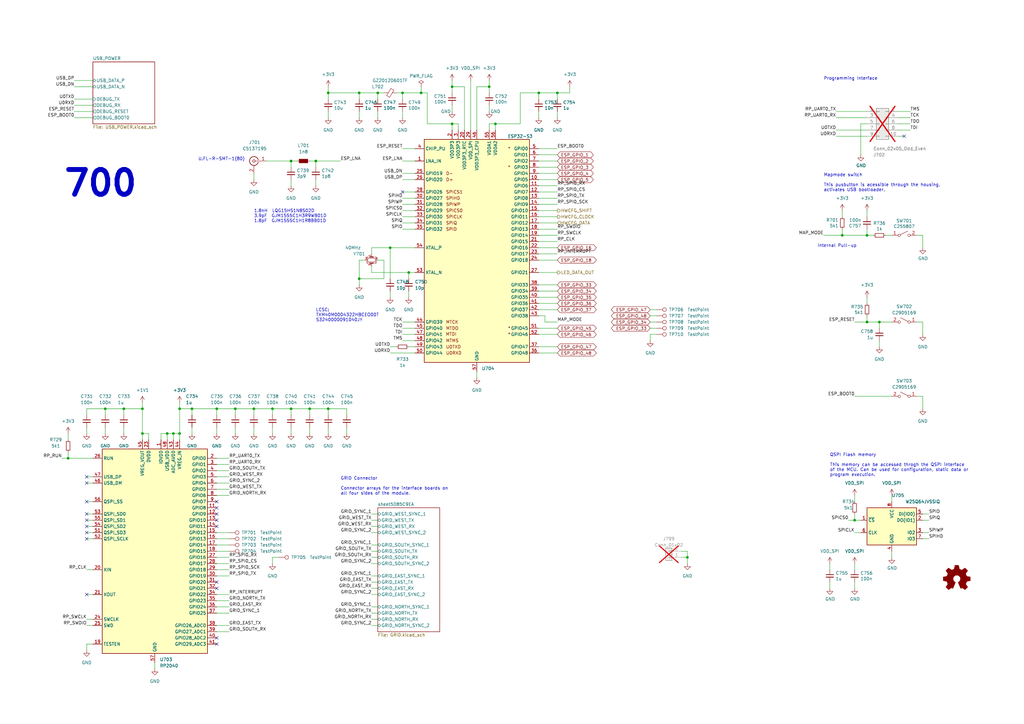
<source format=kicad_sch>
(kicad_sch (version 20250114) (generator "eeschema") (generator_version "9.0")
  (paper "A3")
  (text "Mapmode switch\n\nThis pusbutton is acessible through the housing, \nactivates USB bootloader." (at 337.82 78.74 0) (effects (font (size 1.27 1.27)) (justify left bottom)))
  (text "700" (at 25.4 81.28 0) (effects (font (size 10.16 10.16) (thickness 2.032) (bold yes)) (justify left bottom)))
  (text "LCSC:\nTXM40M0004322HBCEO00T\nS3240000091040JY" (at 129.54 132.08 0) (effects (font (size 1.27 1.27)) (justify left bottom)))
  (text "1.8nH  LQG15HS1N8S02D\n3.9pF  GJM1555C1H3R9WB01D\n1.8pF  GJM1555C1H1R8BB01D" (at 104.14 91.44 0) (effects (font (size 1.27 1.27)) (justify left bottom)))
  (text "QSPI Flash memory\n\nThis memory can be accessed throgh the QSPI interface\nof the MCU. Can be used for configuration, static data or\nprogram execution." (at 340.36 195.58 0) (effects (font (size 1.27 1.27)) (justify left bottom)))
  (text "Internal Pull-up" (at 335.28 101.6 0) (effects (font (size 1.27 1.27)) (justify left bottom)))
  (text "GRID Connector\n\nConnector arrays for the interface boards on \nall four sides of the module." (at 139.7 203.2 0) (effects (font (size 1.27 1.27)) (justify left bottom)))
  (text "U.FL-R-SMT-1(80) " (at 81.28 66.04 0) (effects (font (size 1.27 1.27)) (justify left bottom)))
  (text "Programming Interface\n" (at 337.82 33.02 0) (effects (font (size 1.27 1.27)) (justify left bottom)))
  (junction (at 88.9 167.64))
  (junction (at 129.54 66.04))
  (junction (at 220.98 38.1))
  (junction (at 71.12 177.8))
  (junction (at 147.32 38.1))
  (junction (at 58.42 177.8))
  (junction (at 172.72 38.1))
  (junction (at 167.64 111.76))
  (junction (at 73.66 177.8))
  (junction (at 147.32 114.3))
  (junction (at 127 167.64))
  (junction (at 73.66 167.64))
  (junction (at 27.94 187.96))
  (junction (at 185.42 50.8))
  (junction (at 350.52 213.36))
  (junction (at 154.94 38.1))
  (junction (at 160.02 101.6))
  (junction (at 355.6 132.08))
  (junction (at 134.62 167.64))
  (junction (at 50.8 167.64))
  (junction (at 119.38 167.64))
  (junction (at 200.66 35.56))
  (junction (at 68.58 177.8))
  (junction (at 96.52 167.64))
  (junction (at 111.76 167.64))
  (junction (at 43.18 167.64))
  (junction (at 104.14 167.64))
  (junction (at 228.6 38.1))
  (junction (at 134.62 38.1))
  (junction (at 58.42 167.64))
  (junction (at 203.2 50.8))
  (junction (at 185.42 35.56))
  (junction (at 78.74 167.64))
  (junction (at 355.6 96.52))
  (junction (at 360.68 132.08))
  (junction (at 345.44 96.52))
  (junction (at 281.94 228.6))
  (junction (at 119.38 66.04))
  (junction (at 165.1 38.1))
  (no_connect (at 370.84 55.88))
  (no_connect (at 165.1 78.74))
  (no_connect (at 35.56 210.82))
  (no_connect (at 35.56 205.74))
  (no_connect (at 35.56 213.36))
  (no_connect (at 35.56 243.84))
  (no_connect (at 35.56 220.98))
  (no_connect (at 35.56 215.9))
  (no_connect (at 35.56 218.44))
  (no_connect (at 35.56 198.12))
  (no_connect (at 35.56 195.58))
  (no_connect (at 88.9 264.16))
  (no_connect (at 88.9 261.62))
  (no_connect (at 88.9 238.76))
  (no_connect (at 88.9 241.3))
  (no_connect (at 88.9 215.9))
  (no_connect (at 88.9 213.36))
  (no_connect (at 88.9 210.82))
  (no_connect (at 88.9 208.28))
  (no_connect (at 88.9 205.74))
  (wire (pts (xy 73.66 167.64) (xy 78.74 167.64)))
  (wire (pts (xy 355.6 121.92) (xy 355.6 124.46)))
  (wire (pts (xy 35.56 198.12) (xy 38.1 198.12)))
  (wire (pts (xy 88.9 218.44) (xy 93.98 218.44)))
  (wire (pts (xy 213.36 38.1) (xy 220.98 38.1)))
  (wire (pts (xy 119.38 175.26) (xy 119.38 177.8)))
  (wire (pts (xy 58.42 180.34) (xy 58.42 177.8)))
  (wire (pts (xy 27.94 187.96) (xy 38.1 187.96)))
  (wire (pts (xy 165.1 93.98) (xy 170.18 93.98)))
  (wire (pts (xy 203.2 50.8) (xy 203.2 53.34)))
  (wire (pts (xy 360.68 139.7) (xy 360.68 142.24)))
  (wire (pts (xy 167.64 111.76) (xy 167.64 114.3)))
  (wire (pts (xy 228.6 38.1) (xy 220.98 38.1)))
  (wire (pts (xy 73.66 180.34) (xy 73.66 177.8)))
  (wire (pts (xy 154.94 228.6) (xy 152.4 228.6)))
  (wire (pts (xy 127 175.26) (xy 127 177.8)))
  (wire (pts (xy 350.52 162.56) (xy 365.76 162.56)))
  (wire (pts (xy 58.42 177.8) (xy 58.42 167.64)))
  (wire (pts (xy 88.9 231.14) (xy 93.98 231.14)))
  (wire (pts (xy 355.6 93.98) (xy 355.6 96.52)))
  (wire (pts (xy 266.7 134.62) (xy 269.24 134.62)))
  (wire (pts (xy 147.32 38.1) (xy 154.94 38.1)))
  (wire (pts (xy 104.14 175.26) (xy 104.14 177.8)))
  (wire (pts (xy 360.68 132.08) (xy 355.6 132.08)))
  (wire (pts (xy 165.1 137.16) (xy 170.18 137.16)))
  (wire (pts (xy 43.18 167.64) (xy 50.8 167.64)))
  (wire (pts (xy 63.5 271.78) (xy 63.5 274.32)))
  (wire (pts (xy 88.9 226.06) (xy 93.98 226.06)))
  (wire (pts (xy 342.9 53.34) (xy 355.6 53.34)))
  (wire (pts (xy 233.68 35.56) (xy 233.68 38.1)))
  (wire (pts (xy 96.52 170.18) (xy 96.52 167.64)))
  (wire (pts (xy 220.98 106.68) (xy 228.6 106.68)))
  (wire (pts (xy 154.94 218.44) (xy 152.4 218.44)))
  (wire (pts (xy 152.4 104.14) (xy 152.4 101.6)))
  (wire (pts (xy 88.9 220.98) (xy 93.98 220.98)))
  (wire (pts (xy 220.98 63.5) (xy 228.6 63.5)))
  (wire (pts (xy 134.62 45.72) (xy 134.62 48.26)))
  (wire (pts (xy 220.98 119.38) (xy 228.6 119.38)))
  (wire (pts (xy 154.94 106.68) (xy 157.48 106.68)))
  (wire (pts (xy 203.2 50.8) (xy 213.36 50.8)))
  (wire (pts (xy 165.1 86.36) (xy 170.18 86.36)))
  (wire (pts (xy 160.02 101.6) (xy 170.18 101.6)))
  (wire (pts (xy 35.56 195.58) (xy 38.1 195.58)))
  (wire (pts (xy 88.9 246.38) (xy 93.98 246.38)))
  (wire (pts (xy 152.4 111.76) (xy 167.64 111.76)))
  (wire (pts (xy 279.4 228.6) (xy 281.94 228.6)))
  (wire (pts (xy 134.62 175.26) (xy 134.62 177.8)))
  (wire (pts (xy 353.06 50.8) (xy 353.06 63.5)))
  (wire (pts (xy 96.52 175.26) (xy 96.52 177.8)))
  (wire (pts (xy 88.9 248.92) (xy 93.98 248.92)))
  (wire (pts (xy 355.6 86.36) (xy 355.6 88.9)))
  (wire (pts (xy 365.76 203.2) (xy 365.76 205.74)))
  (wire (pts (xy 266.7 132.08) (xy 269.24 132.08)))
  (wire (pts (xy 35.56 210.82) (xy 38.1 210.82)))
  (wire (pts (xy 165.1 38.1) (xy 172.72 38.1)))
  (wire (pts (xy 220.98 144.78) (xy 228.6 144.78)))
  (wire (pts (xy 350.52 203.2) (xy 350.52 205.74)))
  (wire (pts (xy 88.9 187.96) (xy 93.98 187.96)))
  (wire (pts (xy 378.46 162.56) (xy 375.92 162.56)))
  (wire (pts (xy 220.98 88.9) (xy 228.6 88.9)))
  (wire (pts (xy 35.56 220.98) (xy 38.1 220.98)))
  (wire (pts (xy 220.98 101.6) (xy 228.6 101.6)))
  (wire (pts (xy 378.46 218.44) (xy 381 218.44)))
  (wire (pts (xy 154.94 45.72) (xy 154.94 48.26)))
  (wire (pts (xy 35.56 213.36) (xy 38.1 213.36)))
  (wire (pts (xy 172.72 38.1) (xy 175.26 38.1)))
  (wire (pts (xy 88.9 259.08) (xy 93.98 259.08)))
  (wire (pts (xy 337.82 96.52) (xy 345.44 96.52)))
  (wire (pts (xy 35.56 233.68) (xy 38.1 233.68)))
  (wire (pts (xy 195.58 35.56) (xy 195.58 53.34)))
  (wire (pts (xy 104.14 170.18) (xy 104.14 167.64)))
  (wire (pts (xy 165.1 83.82) (xy 170.18 83.82)))
  (wire (pts (xy 147.32 106.68) (xy 149.86 106.68)))
  (wire (pts (xy 220.98 129.54) (xy 223.52 129.54)))
  (wire (pts (xy 88.9 223.52) (xy 93.98 223.52)))
  (wire (pts (xy 167.64 119.38) (xy 167.64 121.92)))
  (wire (pts (xy 68.58 177.8) (xy 71.12 177.8)))
  (wire (pts (xy 187.96 53.34) (xy 187.96 50.8)))
  (wire (pts (xy 345.44 93.98) (xy 345.44 96.52)))
  (wire (pts (xy 350.52 231.14) (xy 350.52 233.68)))
  (wire (pts (xy 154.94 223.52) (xy 152.4 223.52)))
  (wire (pts (xy 172.72 35.56) (xy 172.72 38.1)))
  (wire (pts (xy 88.9 200.66) (xy 93.98 200.66)))
  (wire (pts (xy 378.46 96.52) (xy 378.46 101.6)))
  (wire (pts (xy 160.02 142.24) (xy 162.56 142.24)))
  (wire (pts (xy 223.52 132.08) (xy 228.6 132.08)))
  (wire (pts (xy 111.76 167.64) (xy 119.38 167.64)))
  (wire (pts (xy 152.4 101.6) (xy 160.02 101.6)))
  (wire (pts (xy 35.56 175.26) (xy 35.56 177.8)))
  (wire (pts (xy 165.1 91.44) (xy 170.18 91.44)))
  (wire (pts (xy 167.64 142.24) (xy 170.18 142.24)))
  (wire (pts (xy 154.94 241.3) (xy 152.4 241.3)))
  (wire (pts (xy 58.42 165.1) (xy 58.42 167.64)))
  (wire (pts (xy 228.6 60.96) (xy 220.98 60.96)))
  (wire (pts (xy 147.32 114.3) (xy 147.32 116.84)))
  (wire (pts (xy 134.62 167.64) (xy 142.24 167.64)))
  (wire (pts (xy 220.98 83.82) (xy 228.6 83.82)))
  (wire (pts (xy 109.22 66.04) (xy 119.38 66.04)))
  (wire (pts (xy 160.02 144.78) (xy 170.18 144.78)))
  (wire (pts (xy 88.9 198.12) (xy 93.98 198.12)))
  (wire (pts (xy 350.52 213.36) (xy 347.98 213.36)))
  (wire (pts (xy 88.9 228.6) (xy 93.98 228.6)))
  (wire (pts (xy 35.56 256.54) (xy 38.1 256.54)))
  (wire (pts (xy 375.92 96.52) (xy 378.46 96.52)))
  (wire (pts (xy 350.52 132.08) (xy 355.6 132.08)))
  (wire (pts (xy 213.36 38.1) (xy 213.36 50.8)))
  (wire (pts (xy 88.9 170.18) (xy 88.9 167.64)))
  (wire (pts (xy 378.46 210.82) (xy 381 210.82)))
  (wire (pts (xy 281.94 226.06) (xy 279.4 226.06)))
  (wire (pts (xy 73.66 177.8) (xy 73.66 167.64)))
  (wire (pts (xy 165.1 81.28) (xy 170.18 81.28)))
  (wire (pts (xy 154.94 213.36) (xy 152.4 213.36)))
  (wire (pts (xy 355.6 129.54) (xy 355.6 132.08)))
  (wire (pts (xy 30.48 45.72) (xy 38.1 45.72)))
  (wire (pts (xy 228.6 45.72) (xy 228.6 48.26)))
  (wire (pts (xy 353.06 218.44) (xy 350.52 218.44)))
  (wire (pts (xy 165.1 45.72) (xy 165.1 48.26)))
  (wire (pts (xy 190.5 35.56) (xy 190.5 53.34)))
  (wire (pts (xy 30.48 48.26) (xy 38.1 48.26)))
  (wire (pts (xy 368.3 45.72) (xy 373.38 45.72)))
  (wire (pts (xy 185.42 35.56) (xy 185.42 38.1)))
  (wire (pts (xy 266.7 137.16) (xy 269.24 137.16)))
  (wire (pts (xy 88.9 251.46) (xy 93.98 251.46)))
  (wire (pts (xy 370.84 55.88) (xy 368.3 55.88)))
  (wire (pts (xy 35.56 254) (xy 38.1 254)))
  (wire (pts (xy 165.1 60.96) (xy 170.18 60.96)))
  (wire (pts (xy 142.24 175.26) (xy 142.24 177.8)))
  (wire (pts (xy 43.18 170.18) (xy 43.18 167.64)))
  (wire (pts (xy 88.9 203.2) (xy 93.98 203.2)))
  (wire (pts (xy 129.54 66.04) (xy 127 66.04)))
  (wire (pts (xy 200.66 50.8) (xy 203.2 50.8)))
  (wire (pts (xy 111.76 175.26) (xy 111.76 177.8)))
  (wire (pts (xy 200.66 50.8) (xy 200.66 53.34)))
  (wire (pts (xy 119.38 66.04) (xy 121.92 66.04)))
  (wire (pts (xy 154.94 226.06) (xy 152.4 226.06)))
  (wire (pts (xy 160.02 119.38) (xy 160.02 121.92)))
  (wire (pts (xy 88.9 243.84) (xy 93.98 243.84)))
  (wire (pts (xy 88.9 256.54) (xy 93.98 256.54)))
  (wire (pts (xy 154.94 238.76) (xy 152.4 238.76)))
  (wire (pts (xy 165.1 134.62) (xy 170.18 134.62)))
  (wire (pts (xy 154.94 231.14) (xy 152.4 231.14)))
  (wire (pts (xy 378.46 167.64) (xy 378.46 162.56)))
  (wire (pts (xy 88.9 175.26) (xy 88.9 177.8)))
  (wire (pts (xy 147.32 38.1) (xy 147.32 40.64)))
  (wire (pts (xy 281.94 228.6) (xy 281.94 226.06)))
  (wire (pts (xy 185.42 43.18) (xy 185.42 45.72)))
  (wire (pts (xy 38.1 33.02) (xy 30.48 33.02)))
  (wire (pts (xy 119.38 170.18) (xy 119.38 167.64)))
  (wire (pts (xy 104.14 71.12) (xy 104.14 73.66)))
  (wire (pts (xy 68.58 177.8) (xy 68.58 180.34)))
  (wire (pts (xy 35.56 170.18) (xy 35.56 167.64)))
  (wire (pts (xy 154.94 40.64) (xy 154.94 38.1)))
  (wire (pts (xy 185.42 50.8) (xy 175.26 50.8)))
  (wire (pts (xy 368.3 50.8) (xy 373.38 50.8)))
  (wire (pts (xy 220.98 137.16) (xy 228.6 137.16)))
  (wire (pts (xy 165.1 139.7) (xy 170.18 139.7)))
  (wire (pts (xy 30.48 43.18) (xy 38.1 43.18)))
  (wire (pts (xy 154.94 243.84) (xy 152.4 243.84)))
  (wire (pts (xy 71.12 177.8) (xy 71.12 180.34)))
  (wire (pts (xy 342.9 48.26) (xy 355.6 48.26)))
  (wire (pts (xy 88.9 233.68) (xy 93.98 233.68)))
  (wire (pts (xy 378.46 132.08) (xy 375.92 132.08)))
  (wire (pts (xy 154.94 236.22) (xy 152.4 236.22)))
  (wire (pts (xy 233.68 38.1) (xy 228.6 38.1)))
  (wire (pts (xy 35.56 167.64) (xy 43.18 167.64)))
  (wire (pts (xy 88.9 190.5) (xy 93.98 190.5)))
  (wire (pts (xy 342.9 45.72) (xy 355.6 45.72)))
  (wire (pts (xy 340.36 241.3) (xy 340.36 238.76)))
  (wire (pts (xy 60.96 180.34) (xy 60.96 177.8)))
  (wire (pts (xy 281.94 231.14) (xy 281.94 228.6)))
  (wire (pts (xy 96.52 167.64) (xy 104.14 167.64)))
  (wire (pts (xy 104.14 167.64) (xy 111.76 167.64)))
  (wire (pts (xy 27.94 185.42) (xy 27.94 187.96)))
  (wire (pts (xy 190.5 35.56) (xy 185.42 35.56)))
  (wire (pts (xy 220.98 38.1) (xy 220.98 40.64)))
  (wire (pts (xy 340.36 231.14) (xy 340.36 233.68)))
  (wire (pts (xy 35.56 215.9) (xy 38.1 215.9)))
  (wire (pts (xy 43.18 175.26) (xy 43.18 177.8)))
  (wire (pts (xy 165.1 88.9) (xy 170.18 88.9)))
  (wire (pts (xy 35.56 264.16) (xy 35.56 266.7)))
  (wire (pts (xy 127 167.64) (xy 134.62 167.64)))
  (wire (pts (xy 200.66 35.56) (xy 200.66 38.1)))
  (wire (pts (xy 154.94 256.54) (xy 152.4 256.54)))
  (wire (pts (xy 170.18 71.12) (xy 165.1 71.12)))
  (wire (pts (xy 152.4 210.82) (xy 154.94 210.82)))
  (wire (pts (xy 220.98 127) (xy 228.6 127)))
  (wire (pts (xy 152.4 111.76) (xy 152.4 109.22)))
  (wire (pts (xy 220.98 78.74) (xy 228.6 78.74)))
  (wire (pts (xy 147.32 45.72) (xy 147.32 48.26)))
  (wire (pts (xy 365.76 228.6) (xy 365.76 226.06)))
  (wire (pts (xy 220.98 93.98) (xy 228.6 93.98)))
  (wire (pts (xy 185.42 33.02) (xy 185.42 35.56)))
  (wire (pts (xy 134.62 170.18) (xy 134.62 167.64)))
  (wire (pts (xy 345.44 96.52) (xy 355.6 96.52)))
  (wire (pts (xy 154.94 248.92) (xy 152.4 248.92)))
  (wire (pts (xy 154.94 251.46) (xy 152.4 251.46)))
  (wire (pts (xy 50.8 167.64) (xy 58.42 167.64)))
  (wire (pts (xy 142.24 170.18) (xy 142.24 167.64)))
  (wire (pts (xy 220.98 71.12) (xy 228.6 71.12)))
  (wire (pts (xy 88.9 167.64) (xy 96.52 167.64)))
  (wire (pts (xy 378.46 213.36) (xy 381 213.36)))
  (wire (pts (xy 88.9 236.22) (xy 93.98 236.22)))
  (wire (pts (xy 165.1 78.74) (xy 170.18 78.74)))
  (wire (pts (xy 175.26 38.1) (xy 175.26 50.8)))
  (wire (pts (xy 35.56 243.84) (xy 38.1 243.84)))
  (wire (pts (xy 195.58 35.56) (xy 200.66 35.56)))
  (wire (pts (xy 88.9 193.04) (xy 93.98 193.04)))
  (wire (pts (xy 193.04 33.02) (xy 193.04 53.34)))
  (wire (pts (xy 220.98 134.62) (xy 228.6 134.62)))
  (wire (pts (xy 378.46 220.98) (xy 381 220.98)))
  (wire (pts (xy 129.54 66.04) (xy 139.7 66.04)))
  (wire (pts (xy 220.98 81.28) (xy 228.6 81.28)))
  (wire (pts (xy 353.06 50.8) (xy 355.6 50.8)))
  (wire (pts (xy 25.4 187.96) (xy 27.94 187.96)))
  (wire (pts (xy 266.7 129.54) (xy 269.24 129.54)))
  (wire (pts (xy 119.38 66.04) (xy 119.38 68.58)))
  (wire (pts (xy 228.6 38.1) (xy 228.6 40.64)))
  (wire (pts (xy 373.38 48.26) (xy 368.3 48.26)))
  (wire (pts (xy 50.8 167.64) (xy 50.8 170.18)))
  (wire (pts (xy 170.18 73.66) (xy 165.1 73.66)))
  (wire (pts (xy 157.48 114.3) (xy 147.32 114.3)))
  (wire (pts (xy 147.32 114.3) (xy 147.32 106.68)))
  (wire (pts (xy 129.54 68.58) (xy 129.54 66.04)))
  (wire (pts (xy 35.56 205.74) (xy 38.1 205.74)))
  (wire (pts (xy 160.02 101.6) (xy 160.02 114.3)))
  (wire (pts (xy 220.98 86.36) (xy 228.6 86.36)))
  (wire (pts (xy 373.38 53.34) (xy 368.3 53.34)))
  (wire (pts (xy 78.74 175.26) (xy 78.74 177.8)))
  (wire (pts (xy 220.98 116.84) (xy 228.6 116.84)))
  (wire (pts (xy 71.12 177.8) (xy 73.66 177.8)))
  (wire (pts (xy 220.98 68.58) (xy 228.6 68.58)))
  (wire (pts (xy 345.44 86.36) (xy 345.44 88.9)))
  (wire (pts (xy 134.62 35.56) (xy 134.62 38.1)))
  (wire (pts (xy 350.52 241.3) (xy 350.52 238.76)))
  (wire (pts (xy 200.66 33.02) (xy 200.66 35.56)))
  (wire (pts (xy 266.7 139.7) (xy 266.7 137.16)))
  (wire (pts (xy 220.98 96.52) (xy 228.6 96.52)))
  (wire (pts (xy 195.58 152.4) (xy 195.58 154.94)))
  (wire (pts (xy 365.76 132.08) (xy 360.68 132.08)))
  (wire (pts (xy 30.48 40.64) (xy 38.1 40.64)))
  (wire (pts (xy 220.98 111.76) (xy 228.6 111.76)))
  (wire (pts (xy 78.74 167.64) (xy 88.9 167.64)))
  (wire (pts (xy 127 170.18) (xy 127 167.64)))
  (wire (pts (xy 119.38 73.66) (xy 119.38 76.2)))
  (wire (pts (xy 165.1 66.04) (xy 170.18 66.04)))
  (wire (pts (xy 220.98 142.24) (xy 228.6 142.24)))
  (wire (pts (xy 355.6 96.52) (xy 358.14 96.52)))
  (wire (pts (xy 88.9 195.58) (xy 93.98 195.58)))
  (wire (pts (xy 60.96 177.8) (xy 58.42 177.8)))
  (wire (pts (xy 50.8 175.26) (xy 50.8 177.8)))
  (wire (pts (xy 187.96 50.8) (xy 185.42 50.8)))
  (wire (pts (xy 154.94 38.1) (xy 157.48 38.1)))
  (wire (pts (xy 165.1 38.1) (xy 165.1 40.64)))
  (wire (pts (xy 78.74 167.64) (xy 78.74 170.18)))
  (wire (pts (xy 157.48 106.68) (xy 157.48 114.3)))
  (wire (pts (xy 220.98 73.66) (xy 228.6 73.66)))
  (wire (pts (xy 220.98 99.06) (xy 228.6 99.06)))
  (wire (pts (xy 27.94 177.8) (xy 27.94 180.34)))
  (wire (pts (xy 167.64 111.76) (xy 170.18 111.76)))
  (wire (pts (xy 111.76 170.18) (xy 111.76 167.64)))
  (wire (pts (xy 220.98 45.72) (xy 220.98 48.26)))
  (wire (pts (xy 220.98 124.46) (xy 228.6 124.46)))
  (wire (pts (xy 266.7 127) (xy 269.24 127)))
  (wire (pts (xy 66.04 180.34) (xy 66.04 177.8)))
  (wire (pts (xy 129.54 73.66) (xy 129.54 76.2)))
  (wire (pts (xy 152.4 215.9) (xy 154.94 215.9)))
  (wire (pts (xy 35.56 218.44) (xy 38.1 218.44)))
  (wire (pts (xy 119.38 167.64) (xy 127 167.64)))
  (wire (pts (xy 220.98 66.04) (xy 228.6 66.04)))
  (wire (pts (xy 220.98 91.44) (xy 228.6 91.44)))
  (wire (pts (xy 220.98 121.92) (xy 228.6 121.92)))
  (wire (pts (xy 353.06 213.36) (xy 350.52 213.36)))
  (wire (pts (xy 154.94 254) (xy 152.4 254)))
  (wire (pts (xy 378.46 137.16) (xy 378.46 132.08)))
  (wire (pts (xy 73.66 165.1) (xy 73.66 167.64)))
  (wire (pts (xy 342.9 55.88) (xy 355.6 55.88)))
  (wire (pts (xy 162.56 38.1) (xy 165.1 38.1)))
  (wire (pts (xy 111.76 231.14) (xy 111.76 228.6)))
  (wire (pts (xy 200.66 43.18) (xy 200.66 45.72)))
  (wire (pts (xy 134.62 38.1) (xy 134.62 40.64)))
  (wire (pts (xy 185.42 50.8) (xy 185.42 53.34)))
  (wire (pts (xy 360.68 132.08) (xy 360.68 134.62)))
  (wire (pts (xy 350.52 210.82) (xy 350.52 213.36)))
  (wire (pts (xy 66.04 177.8) (xy 68.58 177.8)))
  (wire (pts (xy 35.56 264.16) (xy 38.1 264.16)))
  (wire (pts (xy 363.22 96.52) (xy 365.76 96.52)))
  (wire (pts (xy 165.1 132.08) (xy 170.18 132.08)))
  (wire (pts (xy 220.98 76.2) (xy 228.6 76.2)))
  (wire (pts (xy 220.98 104.14) (xy 228.6 104.14)))
  (wire (pts (xy 111.76 228.6) (xy 114.3 228.6)))
  (wire (pts (xy 30.48 35.56) (xy 38.1 35.56)))
  (wire (pts (xy 134.62 38.1) (xy 147.32 38.1)))
  (wire (pts (xy 223.52 129.54) (xy 223.52 132.08)))
  (label "RP_SPI0_CS" (at 93.98 231.14 0))
  (label "GRID_SYNC_1" (at 152.4 223.52 180))
  (label "GRID_EAST_TX" (at 93.98 256.54 0))
  (label "RP_SPI0_RX" (at 93.98 228.6 0))
  (label "GRID_SOUTH_TX" (at 152.4 226.06 180))
  (label "SPICS0" (at 165.1 86.36 180))
  (label "GRID_SYNC_2" (at 152.4 218.44 180))
  (label "GRID_NORTH_TX" (at 93.98 246.38 0))
  (label "GRID_NORTH_TX" (at 152.4 251.46 180))
  (label "GRID_SYNC_2" (at 152.4 256.54 180))
  (label "MAP_MODE" (at 337.82 96.52 180))
  (label "U0TXD" (at 160.02 142.24 180))
  (label "SPICS0" (at 347.98 213.36 180))
  (label "TMS" (at 165.1 139.7 180))
  (label "TCK" (at 165.1 132.08 180))
  (label "GRID_NORTH_RX" (at 93.98 203.2 0))
  (label "RP_SWCLK" (at 35.56 254 180))
  (label "RP_SPI0_RX" (at 228.6 76.2 0))
  (label "U0RXD" (at 30.48 43.18 180))
  (label "GRID_SYNC_1" (at 152.4 210.82 180))
  (label "SPIQ" (at 165.1 91.44 180))
  (label "RP_SPI0_TX" (at 93.98 236.22 0))
  (label "GRID_SYNC_1" (at 152.4 236.22 180))
  (label "U0RXD" (at 160.02 144.78 180))
  (label "TDO" (at 165.1 134.62 180))
  (label "U0RXD" (at 342.9 55.88 180))
  (label "USB_DP" (at 30.48 33.02 180))
  (label "GRID_SOUTH_RX" (at 93.98 259.08 0))
  (label "GRID_SYNC_2" (at 152.4 243.84 180))
  (label "USB_DN" (at 30.48 35.56 180))
  (label "SPIQ" (at 381 213.36 0))
  (label "RP_SPI0_TX" (at 228.6 81.28 0))
  (label "GRID_WEST_RX" (at 152.4 215.9 180))
  (label "GRID_WEST_RX" (at 93.98 195.58 0))
  (label "RP_SWDIO" (at 228.6 93.98 0))
  (label "RP_SWDIO" (at 35.56 256.54 180))
  (label "RP_CLK" (at 35.56 233.68 180))
  (label "ESP_BOOT0" (at 30.48 48.26 180))
  (label "RP_SWCLK" (at 228.6 96.52 0))
  (label "RP_SPI0_SCK" (at 93.98 233.68 0))
  (label "RP_UART0_TX" (at 93.98 187.96 0))
  (label "SPID" (at 165.1 93.98 180))
  (label "U0TXD" (at 342.9 53.34 180))
  (label "SPID" (at 381 210.82 0))
  (label "ESP_BOOT0" (at 228.6 60.96 0))
  (label "TDO" (at 373.38 50.8 0))
  (label "TDI" (at 165.1 137.16 180))
  (label "GRID_WEST_TX" (at 93.98 200.66 0))
  (label "RP_INTERRUPT" (at 228.6 104.14 0))
  (label "ESP_RESET" (at 30.48 45.72 180))
  (label "RP_SPI0_SCK" (at 228.6 83.82 0))
  (label "GRID_EAST_RX" (at 93.98 248.92 0))
  (label "USB_DN" (at 165.1 71.12 180))
  (label "SPIHD" (at 165.1 81.28 180))
  (label "ESP_RESET" (at 165.1 60.96 180))
  (label "TMS" (at 373.38 45.72 0))
  (label "SPIHD" (at 381 220.98 0))
  (label "ESP_LNA" (at 139.7 66.04 0))
  (label "ESP_BOOT0" (at 350.52 162.56 180))
  (label "RP_UART0_TX" (at 342.9 45.72 180))
  (label "RP_INTERRUPT" (at 93.98 243.84 0))
  (label "GRID_EAST_RX" (at 152.4 241.3 180))
  (label "USB_DP" (at 165.1 73.66 180))
  (label "GRID_SOUTH_TX" (at 93.98 193.04 0))
  (label "GRID_EAST_TX" (at 152.4 238.76 180))
  (label "SPICLK" (at 350.52 218.44 180))
  (label "RP_SPI0_CS" (at 228.6 78.74 0))
  (label "RP_UART0_RX" (at 342.9 48.26 180))
  (label "TCK" (at 373.38 48.26 0))
  (label "RP_RUN" (at 25.4 187.96 180))
  (label "RP_CLK" (at 228.6 99.06 0))
  (label "TDI" (at 373.38 53.34 0))
  (label "GRID_SYNC_1" (at 93.98 251.46 0))
  (label "ESP_RESET" (at 350.52 132.08 180))
  (label "GRID_SOUTH_RX" (at 152.4 228.6 180))
  (label "SPIWP" (at 165.1 83.82 180))
  (label "MAP_MODE" (at 228.6 132.08 0))
  (label "SPICLK" (at 165.1 88.9 180))
  (label "ESP_LNA" (at 165.1 66.04 180))
  (label "GRID_SYNC_1" (at 152.4 248.92 180))
  (label "RP_UART0_RX" (at 93.98 190.5 0))
  (label "U0TXD" (at 30.48 40.64 180))
  (label "SPIWP" (at 381 218.44 0))
  (label "GRID_NORTH_RX" (at 152.4 254 180))
  (label "GRID_SYNC_2" (at 93.98 198.12 0))
  (label "GRID_SYNC_2" (at 152.4 231.14 180))
  (label "GRID_WEST_TX" (at 152.4 213.36 180))
  (global_label "ESP_GPIO_33" (shape bidirectional) (at 228.6 116.84 0) (property "Intersheetrefs" "${INTERSHEET_REFS}" (effects (hide yes))))
  (global_label "ESP_GPIO_16" (shape bidirectional) (at 228.6 101.6 0) (property "Intersheetrefs" "${INTERSHEET_REFS}" (effects (hide yes))))
  (global_label "ESP_GPIO_34" (shape bidirectional) (at 266.7 132.08 180) (property "Intersheetrefs" "${INTERSHEET_REFS}" (effects (hide yes))))
  (global_label "ESP_GPIO_47" (shape bidirectional) (at 266.7 127 180) (property "Intersheetrefs" "${INTERSHEET_REFS}" (effects (hide yes))))
  (global_label "ESP_GPIO_48" (shape bidirectional) (at 228.6 144.78 0) (property "Intersheetrefs" "${INTERSHEET_REFS}" (effects (hide yes))))
  (global_label "ESP_GPIO_2" (shape bidirectional) (at 228.6 66.04 0) (property "Intersheetrefs" "${INTERSHEET_REFS}" (effects (hide yes))))
  (global_label "ESP_GPIO_4" (shape bidirectional) (at 228.6 71.12 0) (property "Intersheetrefs" "${INTERSHEET_REFS}" (effects (hide yes))))
  (global_label "ESP_GPIO_1" (shape bidirectional) (at 228.6 63.5 0) (property "Intersheetrefs" "${INTERSHEET_REFS}" (effects (hide yes))))
  (global_label "ESP_GPIO_45" (shape bidirectional) (at 228.6 134.62 0) (property "Intersheetrefs" "${INTERSHEET_REFS}" (effects (hide yes))))
  (global_label "ESP_GPIO_36" (shape bidirectional) (at 228.6 124.46 0) (property "Intersheetrefs" "${INTERSHEET_REFS}" (effects (hide yes))))
  (global_label "ESP_GPIO_18" (shape bidirectional) (at 228.6 106.68 0) (property "Intersheetrefs" "${INTERSHEET_REFS}" (effects (hide yes))))
  (global_label "ESP_GPIO_5" (shape bidirectional) (at 228.6 73.66 0) (property "Intersheetrefs" "${INTERSHEET_REFS}" (effects (hide yes))))
  (global_label "ESP_GPIO_46" (shape bidirectional) (at 228.6 137.16 0) (property "Intersheetrefs" "${INTERSHEET_REFS}" (effects (hide yes))))
  (global_label "ESP_GPIO_48" (shape bidirectional) (at 266.7 129.54 180) (property "Intersheetrefs" "${INTERSHEET_REFS}" (effects (hide yes))))
  (global_label "ESP_GPIO_33" (shape bidirectional) (at 266.7 134.62 180) (property "Intersheetrefs" "${INTERSHEET_REFS}" (effects (hide yes))))
  (global_label "ESP_GPIO_35" (shape bidirectional) (at 228.6 121.92 0) (property "Intersheetrefs" "${INTERSHEET_REFS}" (effects (hide yes))))
  (global_label "ESP_GPIO_34" (shape bidirectional) (at 228.6 119.38 0) (property "Intersheetrefs" "${INTERSHEET_REFS}" (effects (hide yes))))
  (global_label "ESP_GPIO_3" (shape bidirectional) (at 228.6 68.58 0) (property "Intersheetrefs" "${INTERSHEET_REFS}" (effects (hide yes))))
  (global_label "ESP_GPIO_47" (shape bidirectional) (at 228.6 142.24 0) (property "Intersheetrefs" "${INTERSHEET_REFS}" (effects (hide yes))))
  (global_label "ESP_GPIO_37" (shape bidirectional) (at 228.6 127 0) (property "Intersheetrefs" "${INTERSHEET_REFS}" (effects (hide yes))))
  (hierarchical_label "HWCFG_CLOCK" (shape output) (at 228.6 88.9 0))
  (hierarchical_label "HWCFG_DATA" (shape input) (at 228.6 91.44 0))
  (hierarchical_label "HWCFG_SHIFT" (shape output) (at 228.6 86.36 0))
  (hierarchical_label "LED_DATA_OUT" (shape output) (at 228.6 111.76 0))
  (symbol (lib_id "suku_basics:U_FLASH_W25Q16JVSSIQ") (at 365.76 215.9 0) (unit 1)
    (property "Reference" "U705" (at 368.3 203.2 0))
    (property "Value" "W25Q64JVSSIQ" (at 378.46 205.74 0))
    (property "Footprint" "suku_basics:SOIC-8W_FLASH" (effects (hide yes)))
    (property "Datasheet" "http://www.winbond.com/resource-files/w25q32jv%20revg%2003272018%20plus.pdf" (effects (hide yes)))
  )
  (symbol (lib_id "suku_basics:CAP") (at 350.52 236.22 0) (unit 1)
    (property "Reference" "C756" (at 352.8568 235.0516 0) (effects (justify left)))
    (property "Value" "100n" (at 352.8568 237.363 0) (effects (justify left)))
    (property "Footprint" "suku_basics:CAP_0402" (effects (hide yes)))
  )
  (symbol (lib_id "power:GND") (at 365.76 228.6 0) (unit 1)
    (property "Reference" "#PWR0843" (effects (hide yes)))
    (property "Value" "GND" (at 365.887 232.9942 0))
  )
  (symbol (lib_id "power:GND") (at 350.52 241.3 0) (unit 1)
    (property "Reference" "#PWR0838" (effects (hide yes)))
    (property "Value" "GND" (at 350.647 245.6942 0))
  )
  (symbol (lib_id "Switch:SW_SPST") (at 370.84 96.52 0) (unit 1)
    (property "Reference" "SW701" (at 370.84 90.551 0))
    (property "Value" "C255807" (at 370.84 92.8624 0))
    (property "Footprint" "suku_basics:SW_HYP_MAPMODE" (effects (hide yes)))
  )
  (symbol (lib_id "suku_basics:RES") (at 360.68 96.52 270) (unit 1)
    (property "Reference" "R736" (at 360.68 91.5416 90))
    (property "Value" "1k" (at 360.68 93.853 90))
    (property "Footprint" "suku_basics:RES_0402" (effects (hide yes)))
  )
  (symbol (lib_id "power:GND") (at 378.46 101.6 0) (unit 1)
    (property "Reference" "#PWR0844" (effects (hide yes)))
    (property "Value" "GND" (at 378.587 105.9942 0))
  )
  (symbol (lib_id "suku_basics:CAP") (at 355.6 91.44 180) (unit 1)
    (property "Reference" "C757" (at 353.2632 92.6084 0) (effects (justify left)))
    (property "Value" "100n" (at 353.2632 90.297 0) (effects (justify left)))
    (property "Footprint" "suku_basics:CAP_0402" (effects (hide yes)))
  )
  (symbol (lib_id "Connector:TestPoint") (at 269.24 137.16 270) (unit 1)
    (property "Reference" "TP710" (at 274.32 137.16 90) (effects (justify left)))
    (property "Value" "TestPoint" (at 281.94 137.16 90) (effects (justify left)))
    (property "Footprint" "TestPoint:TestPoint_Pad_1.0x1.0mm" (effects (hide yes)))
  )
  (symbol (lib_id "Connector:TestPoint") (at 93.98 226.06 270) (unit 1)
    (property "Reference" "TP704" (at 99.06 226.06 90) (effects (justify left)))
    (property "Value" "TestPoint" (at 106.68 226.06 90) (effects (justify left)))
    (property "Footprint" "TestPoint:TestPoint_Pad_D1.0mm" (effects (hide yes)))
  )
  (symbol (lib_id "suku_basics:CAP") (at 142.24 172.72 0) (unit 1)
    (property "Reference" "C745" (at 139.7 162.56 0) (effects (justify left)))
    (property "Value" "100n" (at 139.7 165.1 0) (effects (justify left)))
    (property "Footprint" "suku_basics:CAP_0402" (effects (hide yes)))
  )
  (symbol (lib_id "suku_basics:CAP") (at 200.66 40.64 0) (unit 1)
    (property "Reference" "C752" (at 202.9968 39.4716 0) (effects (justify left)))
    (property "Value" "100n" (at 202.9968 41.783 0) (effects (justify left)))
    (property "Footprint" "suku_basics:CAP_0402" (effects (hide yes)))
  )
  (symbol (lib_id "power:GND") (at 63.5 274.32 0) (unit 1)
    (property "Reference" "#PWR0799" (effects (hide yes)))
    (property "Value" "GND" (at 63.5 279.4 0))
  )
  (symbol (lib_id "power:GND") (at 43.18 177.8 0) (unit 1)
    (property "Reference" "#PWR0796" (effects (hide yes)))
    (property "Value" "GND" (at 43.18 182.88 0))
  )
  (symbol (lib_id "power:+3V3") (at 355.6 121.92 0) (unit 1)
    (property "Reference" "#PWR0835" (effects (hide yes)))
    (property "Value" "+3V3" (at 355.6 116.84 0))
  )
  (symbol (lib_id "suku_basics:VDD_SPI") (at 365.76 203.2 0) (unit 1)
    (property "Reference" "#PWR0842" (effects (hide yes)))
    (property "Value" "VDD_SPI" (at 365.76 198.12 0))
  )
  (symbol (lib_id "suku_basics:CAP") (at 111.76 172.72 0) (unit 1)
    (property "Reference" "C738" (at 109.22 162.56 0) (effects (justify left)))
    (property "Value" "100n" (at 109.22 165.1 0) (effects (justify left)))
    (property "Footprint" "suku_basics:CAP_0402" (effects (hide yes)))
  )
  (symbol (lib_id "suku_basics:RP2040") (at 63.5 226.06 0) (unit 1)
    (property "Reference" "U703" (at 65.5194 270.51 0) (effects (justify left)))
    (property "Value" "RP2040" (at 65.5194 273.05 0) (effects (justify left)))
    (property "Footprint" "suku_basics:RP2040_QFN-56-1EP_7x7mm_P0.4mm_EP3.2x3.2mm" (effects (hide yes)))
    (property "Datasheet" "https://datasheets.raspberrypi.com/rp2040/rp2040-datasheet.pdf" (effects (hide yes)))
  )
  (symbol (lib_id "power:GND") (at 195.58 154.94 0) (unit 1)
    (property "Reference" "#PWR0825" (effects (hide yes)))
    (property "Value" "GND" (at 195.58 160.02 0))
  )
  (symbol (lib_id "Connector:TestPoint") (at 93.98 223.52 270) (unit 1)
    (property "Reference" "TP703" (at 99.06 223.52 90) (effects (justify left)))
    (property "Value" "TestPoint" (at 106.68 223.52 90) (effects (justify left)))
    (property "Footprint" "TestPoint:TestPoint_Pad_D1.0mm" (effects (hide yes)))
  )
  (symbol (lib_id "suku_basics:CAP") (at 165.1 43.18 0) (unit 1)
    (property "Reference" "C749" (at 167.4368 42.0116 0) (effects (justify left)))
    (property "Value" "100n" (at 167.4368 44.323 0) (effects (justify left)))
    (property "Footprint" "suku_basics:CAP_0402" (effects (hide yes)))
  )
  (symbol (lib_id "power:GND") (at 35.56 266.7 0) (unit 1)
    (property "Reference" "#PWR0795" (effects (hide yes)))
    (property "Value" "GND" (at 35.56 271.78 0))
  )
  (symbol (lib_id "Switch:SW_SPST") (at 370.84 132.08 0) (mirror y) (unit 1)
    (property "Reference" "SW702" (at 370.84 125.73 0))
    (property "Value" "C2905169" (at 370.84 128.27 0))
    (property "Footprint" "suku_basics:SW_SPST_CK_RS282G05A3" (effects (hide yes)))
  )
  (symbol (lib_id "suku_basics:CAP") (at 78.74 172.72 0) (unit 1)
    (property "Reference" "C734" (at 76.2 162.56 0) (effects (justify left)))
    (property "Value" "1u" (at 76.2 165.1 0) (effects (justify left)))
    (property "Footprint" "suku_basics:CAP_0402" (effects (hide yes)))
  )
  (symbol (lib_id "power:GND") (at 340.36 241.3 0) (unit 1)
    (property "Reference" "#PWR0834" (effects (hide yes)))
    (property "Value" "GND" (at 340.487 245.6942 0))
  )
  (symbol (lib_id "suku_basics:CAP") (at 35.56 172.72 0) (unit 1)
    (property "Reference" "C731" (at 33.02 162.56 0) (effects (justify left)))
    (property "Value" "100n" (at 33.02 165.1 0) (effects (justify left)))
    (property "Footprint" "suku_basics:CAP_0402" (effects (hide yes)))
  )
  (symbol (lib_id "suku_basics:INDUCTOR") (at 124.46 66.04 90) (unit 1)
    (property "Reference" "L701" (at 124.46 59.69 90))
    (property "Value" "1n8" (at 124.46 62.23 90))
    (property "Footprint" "suku_basics:IND_0402" (effects (hide yes)))
  )
  (symbol (lib_id "suku_basics:CAP") (at 147.32 43.18 0) (unit 1)
    (property "Reference" "C746" (at 149.6568 42.0116 0) (effects (justify left)))
    (property "Value" "1u" (at 149.6568 44.323 0) (effects (justify left)))
    (property "Footprint" "suku_basics:CAP_0402" (effects (hide yes)))
  )
  (symbol (lib_id "power:GND") (at 134.62 177.8 0) (unit 1)
    (property "Reference" "#PWR0814" (effects (hide yes)))
    (property "Value" "GND" (at 134.62 182.88 0))
  )
  (symbol (lib_id "power:GND") (at 165.1 48.26 0) (unit 1)
    (property "Reference" "#PWR0820" (effects (hide yes)))
    (property "Value" "GND" (at 165.1 53.34 0))
  )
  (symbol (lib_id "Connector:TestPoint") (at 269.24 132.08 270) (unit 1)
    (property "Reference" "TP708" (at 274.32 132.08 90) (effects (justify left)))
    (property "Value" "TestPoint" (at 281.94 132.08 90) (effects (justify left)))
    (property "Footprint" "TestPoint:TestPoint_Pad_D1.0mm" (effects (hide yes)))
  )
  (symbol (lib_id "Connector:TestPoint") (at 269.24 129.54 270) (unit 1)
    (property "Reference" "TP707" (at 274.32 129.54 90) (effects (justify left)))
    (property "Value" "TestPoint" (at 281.94 129.54 90) (effects (justify left)))
    (property "Footprint" "TestPoint:TestPoint_Pad_D1.0mm" (effects (hide yes)))
  )
  (symbol (lib_id "power:GND") (at 104.14 177.8 0) (unit 1)
    (property "Reference" "#PWR0805" (effects (hide yes)))
    (property "Value" "GND" (at 104.14 182.88 0))
  )
  (symbol (lib_id "power:GND") (at 147.32 116.84 0) (unit 1)
    (property "Reference" "#PWR0817" (effects (hide yes)))
    (property "Value" "GND" (at 147.32 121.92 0))
  )
  (symbol (lib_id "suku_basics:OSHWA") (at 392.43 237.49 0) (unit 1) (in_bom no)
    (property "Reference" "LOGO701" (effects (hide yes)))
    (property "Value" "OSHWA" (effects (hide yes)))
    (property "Footprint" "suku_basics:OSHWA" (effects (hide yes)))
  )
  (symbol (lib_id "suku_basics:CAP") (at 119.38 172.72 0) (unit 1)
    (property "Reference" "C740" (at 116.84 162.56 0) (effects (justify left)))
    (property "Value" "100n" (at 116.84 165.1 0) (effects (justify left)))
    (property "Footprint" "suku_basics:CAP_0402" (effects (hide yes)))
  )
  (symbol (lib_id "power:GND") (at 78.74 177.8 0) (unit 1)
    (property "Reference" "#PWR0801" (effects (hide yes)))
    (property "Value" "GND" (at 78.74 182.88 0))
  )
  (symbol (lib_id "power:GND") (at 104.14 73.66 0) (unit 1)
    (property "Reference" "#PWR0804" (effects (hide yes)))
    (property "Value" "GND" (at 104.14 78.74 0))
  )
  (symbol (lib_id "power:GND") (at 200.66 45.72 0) (unit 1)
    (property "Reference" "#PWR0827" (effects (hide yes)))
    (property "Value" "GND" (at 203.2 45.72 0))
  )
  (symbol (lib_id "suku_basics:CAP") (at 167.64 116.84 0) (unit 1)
    (property "Reference" "C750" (at 170.18 115.5762 0) (effects (justify left)))
    (property "Value" "10p" (at 170.18 118.1162 0) (effects (justify left)))
    (property "Footprint" "suku_basics:CAP_0402" (effects (hide yes)))
  )
  (symbol (lib_id "suku_basics:ESP32_XTAL") (at 152.4 106.68 270) (unit 1)
    (property "Reference" "Y701" (at 147.32 104.14 90))
    (property "Value" "40MHz" (at 144.78 101.6 90))
    (property "Footprint" "Crystal:Crystal_SMD_Abracon_ABM8G-4Pin_3.2x2.5mm" (effects (hide yes)))
  )
  (symbol (lib_id "power:GND") (at 142.24 177.8 0) (unit 1)
    (property "Reference" "#PWR0815" (effects (hide yes)))
    (property "Value" "GND" (at 142.24 182.88 0))
  )
  (symbol (lib_id "power:GND") (at 353.06 63.5 0) (unit 1)
    (property "Reference" "#PWR0839" (effects (hide yes)))
    (property "Value" "GND" (at 353.187 67.8942 0))
  )
  (symbol (lib_id "suku_basics:CAP") (at 134.62 43.18 0) (unit 1)
    (property "Reference" "C743" (at 136.9568 42.0116 0) (effects (justify left)))
    (property "Value" "10u" (at 136.9568 44.323 0) (effects (justify left)))
    (property "Footprint" "suku_basics:CAP_0402" (effects (hide yes)))
  )
  (symbol (lib_id "Connector_Generic:Conn_02x05_Odd_Even") (at 360.68 50.8 0) (unit 1) (in_bom no) (dnp yes)
    (property "Reference" "J702" (at 358.14 63.5 0) (effects (justify left)))
    (property "Value" "Conn_02x05_Odd_Even" (at 358.14 60.96 0) (effects (justify left)))
    (property "Footprint" "Connector_PinHeader_1.27mm:PinHeader_2x05_P1.27mm_Vertical" (effects (hide yes)))
  )
  (symbol (lib_id "power:GND") (at 228.6 48.26 0) (unit 1)
    (property "Reference" "#PWR0829" (effects (hide yes)))
    (property "Value" "GND" (at 228.6 53.34 0))
  )
  (symbol (lib_id "power:GND") (at 147.32 48.26 0) (unit 1)
    (property "Reference" "#PWR0816" (effects (hide yes)))
    (property "Value" "GND" (at 147.32 53.34 0))
  )
  (symbol (lib_id "suku_basics:RES") (at 345.44 91.44 0) (mirror y) (unit 1)
    (property "Reference" "R701" (at 343.9414 90.2716 0) (effects (justify left)))
    (property "Value" "5k1" (at 343.9414 92.583 0) (effects (justify left)))
    (property "Footprint" "suku_basics:RES_0402" (effects (hide yes)))
  )
  (symbol (lib_id "power:+3V3") (at 355.6 86.36 0) (unit 1)
    (property "Reference" "#PWR0840" (effects (hide yes)))
    (property "Value" "+3V3" (at 355.6 81.28 0))
  )
  (symbol (lib_id "suku_basics:VDD_SPI") (at 350.52 203.2 0) (unit 1)
    (property "Reference" "#PWR0836" (effects (hide yes)))
    (property "Value" "VDD_SPI" (at 350.52 198.12 0))
  )
  (symbol (lib_id "suku_basics:CAP") (at 129.54 71.12 0) (unit 1)
    (property "Reference" "C742" (at 131.8768 69.9516 0) (effects (justify left)))
    (property "Value" "1p8" (at 131.8768 72.263 0) (effects (justify left)))
    (property "Footprint" "suku_basics:CAP_0402" (effects (hide yes)))
  )
  (symbol (lib_id "suku_basics:CAP") (at 88.9 172.72 0) (unit 1)
    (property "Reference" "C735" (at 86.36 162.56 0) (effects (justify left)))
    (property "Value" "100n" (at 86.36 165.1 0) (effects (justify left)))
    (property "Footprint" "suku_basics:CAP_0402" (effects (hide yes)))
  )
  (symbol (lib_id "Connector_Generic:Conn_01x02") (at 274.32 228.6 180) (unit 1) (in_bom no) (dnp yes)
    (property "Reference" "J799" (at 274.32 220.98 0))
    (property "Value" "Conn_01x02" (at 274.32 223.52 0))
    (property "Footprint" "suku_basics:OscilloscopeGround" (effects (hide yes)))
    (instances (project "PCBA-PO16_BU16" (path "" (reference "J799") (unit 1))) (project "MIDI_Host" (path "" (reference "J3") (unit 1))))
  )
  (symbol (lib_id "suku_basics:CAP") (at 50.8 172.72 0) (unit 1)
    (property "Reference" "C733" (at 48.26 162.56 0) (effects (justify left)))
    (property "Value" "1u" (at 48.26 165.1 0) (effects (justify left)))
    (property "Footprint" "suku_basics:CAP_0402" (effects (hide yes)))
  )
  (symbol (lib_id "power:GND") (at 88.9 177.8 0) (unit 1)
    (property "Reference" "#PWR0802" (effects (hide yes)))
    (property "Value" "GND" (at 88.9 182.88 0))
  )
  (symbol (lib_id "power:+3V3") (at 73.66 165.1 0) (unit 1)
    (property "Reference" "#PWR0800" (effects (hide yes)))
    (property "Value" "+3V3" (at 73.66 160.02 0))
  )
  (symbol (lib_id "power:GND") (at 220.98 48.26 0) (unit 1)
    (property "Reference" "#PWR0828" (effects (hide yes)))
    (property "Value" "GND" (at 220.98 53.34 0))
  )
  (symbol (lib_id "power:+3V3") (at 27.94 177.8 0) (unit 1)
    (property "Reference" "#PWR0793" (effects (hide yes)))
    (property "Value" "+3V3" (at 27.94 172.72 0))
  )
  (symbol (lib_id "power:GND") (at 119.38 177.8 0) (unit 1)
    (property "Reference" "#PWR0809" (effects (hide yes)))
    (property "Value" "GND" (at 119.38 182.88 0))
  )
  (symbol (lib_id "power:GND") (at 378.46 137.16 0) (mirror y) (unit 1)
    (property "Reference" "#PWR0845" (effects (hide yes)))
    (property "Value" "GND" (at 378.46 142.24 0))
  )
  (symbol (lib_id "power:GND") (at 96.52 177.8 0) (unit 1)
    (property "Reference" "#PWR0803" (effects (hide yes)))
    (property "Value" "GND" (at 96.52 182.88 0))
  )
  (symbol (lib_id "suku_basics:CAP") (at 154.94 43.18 0) (unit 1)
    (property "Reference" "C747" (at 157.2768 42.0116 0) (effects (justify left)))
    (property "Value" "100n" (at 157.2768 44.323 0) (effects (justify left)))
    (property "Footprint" "suku_basics:CAP_0402" (effects (hide yes)))
  )
  (symbol (lib_id "Connector:TestPoint") (at 114.3 228.6 270) (unit 1)
    (property "Reference" "TP705" (at 119.38 228.6 90) (effects (justify left)))
    (property "Value" "TestPoint" (at 127 228.6 90) (effects (justify left)))
    (property "Footprint" "TestPoint:TestPoint_Pad_1.0x1.0mm" (effects (hide yes)))
  )
  (symbol (lib_id "suku_basics:CAP") (at 43.18 172.72 0) (unit 1)
    (property "Reference" "C732" (at 40.64 162.56 0) (effects (justify left)))
    (property "Value" "100n" (at 40.64 165.1 0) (effects (justify left)))
    (property "Footprint" "suku_basics:CAP_0402" (effects (hide yes)))
  )
  (symbol (lib_id "power:+3V3") (at 200.66 33.02 0) (unit 1)
    (property "Reference" "#PWR0826" (effects (hide yes)))
    (property "Value" "+3V3" (at 200.66 27.94 0))
  )
  (symbol (lib_id "power:GND") (at 127 177.8 0) (unit 1)
    (property "Reference" "#PWR0810" (effects (hide yes)))
    (property "Value" "GND" (at 127 182.88 0))
  )
  (symbol (lib_id "suku_basics:VDD_SPI") (at 193.04 33.02 0) (unit 1)
    (property "Reference" "#PWR0824" (effects (hide yes)))
    (property "Value" "VDD_SPI" (at 193.04 27.94 0))
  )
  (symbol (lib_id "Connector:TestPoint") (at 93.98 220.98 270) (unit 1)
    (property "Reference" "TP702" (at 99.06 220.98 90) (effects (justify left)))
    (property "Value" "TestPoint" (at 106.68 220.98 90) (effects (justify left)))
    (property "Footprint" "TestPoint:TestPoint_Pad_D1.0mm" (effects (hide yes)))
  )
  (symbol (lib_id "power:GND") (at 111.76 177.8 0) (unit 1)
    (property "Reference" "#PWR0806" (effects (hide yes)))
    (property "Value" "GND" (at 111.76 182.88 0))
  )
  (symbol (lib_id "power:GND") (at 266.7 139.7 0) (unit 1)
    (property "Reference" "#PWR0831" (effects (hide yes)))
    (property "Value" "GND" (at 266.7 144.78 0))
  )
  (symbol (lib_id "power:GND") (at 360.68 142.24 0) (mirror y) (unit 1)
    (property "Reference" "#PWR0841" (effects (hide yes)))
    (property "Value" "GND" (at 360.68 147.32 0))
  )
  (symbol (lib_id "power:GND") (at 50.8 177.8 0) (unit 1)
    (property "Reference" "#PWR0797" (effects (hide yes)))
    (property "Value" "GND" (at 50.8 182.88 0))
  )
  (symbol (lib_id "Connector:TestPoint") (at 269.24 127 270) (unit 1)
    (property "Reference" "TP706" (at 274.32 127 90) (effects (justify left)))
    (property "Value" "TestPoint" (at 281.94 127 90) (effects (justify left)))
    (property "Footprint" "TestPoint:TestPoint_Pad_D1.0mm" (effects (hide yes)))
  )
  (symbol (lib_id "suku_basics:CAP") (at 104.14 172.72 0) (unit 1)
    (property "Reference" "C737" (at 101.6 162.56 0) (effects (justify left)))
    (property "Value" "100n" (at 101.6 165.1 0) (effects (justify left)))
    (property "Footprint" "suku_basics:CAP_0402" (effects (hide yes)))
  )
  (symbol (lib_id "power:GND") (at 281.94 231.14 0) (unit 1)
    (property "Reference" "#PWR0101" (effects (hide yes)))
    (property "Value" "GND" (at 281.94 236.22 0))
    (instances (project "PCBA-PO16_BU16" (path "" (reference "#PWR0101") (unit 1))) (project "MIDI_Host" (path "" (reference "#PWR094") (unit 1))))
  )
  (symbol (lib_id "suku_basics:CAP") (at 360.68 137.16 0) (mirror y) (unit 1)
    (property "Reference" "C758" (at 358.14 135.8962 0) (effects (justify left)))
    (property "Value" "1u" (at 358.14 138.4362 0) (effects (justify left)))
    (property "Footprint" "suku_basics:CAP_0402" (effects (hide yes)))
  )
  (symbol (lib_id "suku_basics:CAP") (at 220.98 43.18 0) (unit 1)
    (property "Reference" "C753" (at 223.3168 42.0116 0) (effects (justify left)))
    (property "Value" "10n" (at 223.3168 44.323 0) (effects (justify left)))
    (property "Footprint" "suku_basics:CAP_0402" (effects (hide yes)))
  )
  (symbol (lib_id "power:GND") (at 160.02 121.92 0) (unit 1)
    (property "Reference" "#PWR0819" (effects (hide yes)))
    (property "Value" "GND" (at 160.02 127 0))
  )
  (symbol (lib_id "Connector:TestPoint") (at 93.98 218.44 270) (unit 1)
    (property "Reference" "TP701" (at 99.06 218.44 90) (effects (justify left)))
    (property "Value" "TestPoint" (at 106.68 218.44 90) (effects (justify left)))
    (property "Footprint" "TestPoint:TestPoint_Pad_D1.0mm" (effects (hide yes)))
  )
  (symbol (lib_id "power:GND") (at 111.76 231.14 0) (unit 1)
    (property "Reference" "#PWR0807" (effects (hide yes)))
    (property "Value" "GND" (at 111.76 236.22 0))
  )
  (symbol (lib_id "suku_basics:FERRIT") (at 160.02 38.1 270) (unit 1)
    (property "Reference" "L702" (at 154.94 35.56 90))
    (property "Value" "GZ2012D601TF" (at 160.02 33.02 90))
    (property "Footprint" "suku_basics:FERRIT_0805" (effects (hide yes)))
  )
  (symbol (lib_id "suku_basics:CAP") (at 185.42 40.64 0) (mirror y) (unit 1)
    (property "Reference" "C751" (at 183.0832 39.4716 0) (effects (justify left)))
    (property "Value" "100n" (at 183.0832 41.783 0) (effects (justify left)))
    (property "Footprint" "suku_basics:CAP_0402" (effects (hide yes)))
  )
  (symbol (lib_id "power:GND") (at 154.94 48.26 0) (unit 1)
    (property "Reference" "#PWR0818" (effects (hide yes)))
    (property "Value" "GND" (at 154.94 53.34 0))
  )
  (symbol (lib_id "suku_basics:ESP32-S3") (at 195.58 99.06 0) (unit 1)
    (property "Reference" "U704" (at 197.5994 151.13 0) (effects (justify left)))
    (property "Value" "ESP32-S3" (at 213.36 55.88 0))
    (property "Footprint" "suku_basics:QFN-56-1EP_7x7mm_P0.4mm_EP3.2x3.2mm" (effects (hide yes)))
    (property "Datasheet" "https://www.espressif.com/sites/default/files/documentation/esp32-s3_datasheet_en.pdf" (effects (hide yes)))
  )
  (symbol (lib_id "suku_basics:VDD_SPI") (at 340.36 231.14 0) (unit 1)
    (property "Reference" "#PWR0833" (effects (hide yes)))
    (property "Value" "VDD_SPI" (at 340.36 226.06 0))
  )
  (symbol (lib_id "power:GND") (at 35.56 177.8 0) (unit 1)
    (property "Reference" "#PWR0794" (effects (hide yes)))
    (property "Value" "GND" (at 35.56 182.88 0))
  )
  (symbol (lib_id "suku_basics:CAP") (at 340.36 236.22 0) (unit 1)
    (property "Reference" "C755" (at 342.6968 235.0516 0) (effects (justify left)))
    (property "Value" "1u" (at 342.6968 237.363 0) (effects (justify left)))
    (property "Footprint" "suku_basics:CAP_0402" (effects (hide yes)))
  )
  (symbol (lib_id "suku_basics:RES") (at 350.52 208.28 0) (unit 1)
    (property "Reference" "R734" (at 347.98 205.74 0))
    (property "Value" "5k1" (at 347.98 208.28 0))
    (property "Footprint" "suku_basics:RES_0402" (effects (hide yes)))
  )
  (symbol (lib_id "power:GND") (at 378.46 167.64 0) (mirror y) (unit 1)
    (property "Reference" "#PWR0846" (effects (hide yes)))
    (property "Value" "GND" (at 378.46 172.72 0))
  )
  (symbol (lib_id "power:+3V3") (at 345.44 86.36 0) (unit 1)
    (property "Reference" "#PWR01105" (effects (hide yes)))
    (property "Value" "+3V3" (at 345.44 81.28 0))
  )
  (symbol (lib_id "suku_basics:CAP") (at 160.02 116.84 0) (unit 1)
    (property "Reference" "C748" (at 162.56 115.5762 0) (effects (justify left)))
    (property "Value" "10p" (at 162.56 118.1162 0) (effects (justify left)))
    (property "Footprint" "suku_basics:CAP_0402" (effects (hide yes)))
  )
  (symbol (lib_id "power:GND") (at 167.64 121.92 0) (unit 1)
    (property "Reference" "#PWR0821" (effects (hide yes)))
    (property "Value" "GND" (at 167.64 127 0))
  )
  (symbol (lib_id "suku_basics:VDD_SPI") (at 350.52 231.14 0) (unit 1)
    (property "Reference" "#PWR0837" (effects (hide yes)))
    (property "Value" "VDD_SPI" (at 350.52 226.06 0))
  )
  (symbol (lib_id "Switch:SW_SPST") (at 370.84 162.56 0) (mirror y) (unit 1)
    (property "Reference" "SW703" (at 370.84 156.21 0))
    (property "Value" "C2905169" (at 370.84 158.75 0))
    (property "Footprint" "suku_basics:SW_SPST_CK_RS282G05A3" (effects (hide yes)))
  )
  (symbol (lib_id "Connector:TestPoint") (at 269.24 134.62 270) (unit 1)
    (property "Reference" "TP709" (at 274.32 134.62 90) (effects (justify left)))
    (property "Value" "TestPoint" (at 281.94 134.62 90) (effects (justify left)))
    (property "Footprint" "TestPoint:TestPoint_Pad_D1.0mm" (effects (hide yes)))
  )
  (symbol (lib_id "power:+3V3") (at 233.68 35.56 0) (unit 1)
    (property "Reference" "#PWR0830" (effects (hide yes)))
    (property "Value" "+3V3" (at 233.68 30.48 0))
  )
  (symbol (lib_id "power:GND") (at 129.54 76.2 0) (unit 1)
    (property "Reference" "#PWR0811" (effects (hide yes)))
    (property "Value" "GND" (at 129.54 81.28 0))
  )
  (symbol (lib_id "suku_basics:RES") (at 355.6 127 0) (mirror y) (unit 1)
    (property "Reference" "R735" (at 354.1014 125.8316 0) (effects (justify left)))
    (property "Value" "5k1" (at 354.1014 128.143 0) (effects (justify left)))
    (property "Footprint" "suku_basics:RES_0402" (effects (hide yes)))
  )
  (symbol (lib_id "suku_basics:CAP") (at 119.38 71.12 0) (unit 1)
    (property "Reference" "C739" (at 121.7168 69.9516 0) (effects (justify left)))
    (property "Value" "3p9" (at 121.7168 72.263 0) (effects (justify left)))
    (property "Footprint" "suku_basics:CAP_0402" (effects (hide yes)))
  )
  (symbol (lib_id "suku_basics:CAP") (at 134.62 172.72 0) (unit 1)
    (property "Reference" "C744" (at 132.08 162.56 0) (effects (justify left)))
    (property "Value" "100n" (at 132.08 165.1 0) (effects (justify left)))
    (property "Footprint" "suku_basics:CAP_0402" (effects (hide yes)))
  )
  (symbol (lib_id "power:GND") (at 119.38 76.2 0) (unit 1)
    (property "Reference" "#PWR0808" (effects (hide yes)))
    (property "Value" "GND" (at 119.38 81.28 0))
  )
  (symbol (lib_id "power:PWR_FLAG") (at 172.72 35.56 0) (unit 1)
    (property "Reference" "#FLG0701" (effects (hide yes)))
    (property "Value" "PWR_FLAG" (at 172.72 31.1658 0))
  )
  (symbol (lib_id "suku_basics:RES") (at 27.94 182.88 0) (unit 1)
    (property "Reference" "R729" (at 22.86 180.34 0))
    (property "Value" "5k1" (at 22.86 182.88 0))
    (property "Footprint" "suku_basics:RES_0402" (effects (hide yes)))
  )
  (symbol (lib_id "power:+3V3") (at 134.62 35.56 0) (unit 1)
    (property "Reference" "#PWR0812" (effects (hide yes)))
    (property "Value" "+3V3" (at 134.62 30.48 0))
  )
  (symbol (lib_id "power:GND") (at 134.62 48.26 0) (unit 1)
    (property "Reference" "#PWR0813" (effects (hide yes)))
    (property "Value" "GND" (at 134.62 53.34 0))
  )
  (symbol (lib_id "power:GND") (at 185.42 45.72 0) (mirror y) (unit 1)
    (property "Reference" "#PWR0823" (effects (hide yes)))
    (property "Value" "GND" (at 182.88 45.72 0))
  )
  (symbol (lib_id "Connector:Conn_Coaxial") (at 104.14 66.04 0) (mirror y) (unit 1)
    (property "Reference" "J701" (at 104.4574 58.42 0))
    (property "Value" "C5137195" (at 104.4574 60.96 0))
    (property "Footprint" "Connector_Coaxial:U.FL_Molex_MCRF_73412-0110_Vertical" (effects (hide yes)))
    (property "Datasheet" " ~" (effects (hide yes)))
  )
  (symbol (lib_id "power:+3V3") (at 185.42 33.02 0) (unit 1)
    (property "Reference" "#PWR0822" (effects (hide yes)))
    (property "Value" "+3V3" (at 185.42 27.94 0))
  )
  (symbol (lib_id "suku_basics:CAP") (at 127 172.72 0) (unit 1)
    (property "Reference" "C741" (at 124.46 162.56 0) (effects (justify left)))
    (property "Value" "100n" (at 124.46 165.1 0) (effects (justify left)))
    (property "Footprint" "suku_basics:CAP_0402" (effects (hide yes)))
  )
  (symbol (lib_id "power:+1V1") (at 58.42 165.1 0) (unit 1)
    (property "Reference" "#PWR0798" (effects (hide yes)))
    (property "Value" "+1V1" (at 58.42 160.02 0))
  )
  (symbol (lib_id "suku_basics:CAP") (at 228.6 43.18 0) (unit 1)
    (property "Reference" "C754" (at 230.9368 42.0116 0) (effects (justify left)))
    (property "Value" "1u" (at 230.9368 44.323 0) (effects (justify left)))
    (property "Footprint" "suku_basics:CAP_0402" (effects (hide yes)))
  )
  (symbol (lib_id "suku_basics:RES") (at 165.1 142.24 270) (unit 1)
    (property "Reference" "R733" (at 165.1 147.32 90))
    (property "Value" "1k" (at 165.1 149.86 90))
    (property "Footprint" "suku_basics:RES_0402" (effects (hide yes)))
  )
  (symbol (lib_id "suku_basics:CAP") (at 96.52 172.72 0) (unit 1)
    (property "Reference" "C736" (at 93.98 162.56 0) (effects (justify left)))
    (property "Value" "100n" (at 93.98 165.1 0) (effects (justify left)))
    (property "Footprint" "suku_basics:CAP_0402" (effects (hide yes)))
  )
  (sheet (at 154.94 208.28) (size 25.4 50.8)
    (property "Sheetname" "sheet5D85C9EA" (at 154.94 207.5684 0) (effects (justify left bottom)))
    (property "Sheetfile" "GRID.kicad_sch" (at 154.94 259.6646 0) (effects (justify left top)))
    (pin "GRID_WEST_SYNC_1" bidirectional (at 154.94 210.82 180))
    (pin "GRID_WEST_TX" bidirectional (at 154.94 213.36 180))
    (pin "GRID_WEST_RX" bidirectional (at 154.94 215.9 180))
    (pin "GRID_WEST_SYNC_2" bidirectional (at 154.94 218.44 180))
    (pin "GRID_EAST_SYNC_1" bidirectional (at 154.94 236.22 180))
    (pin "GRID_EAST_TX" bidirectional (at 154.94 238.76 180))
    (pin "GRID_EAST_RX" bidirectional (at 154.94 241.3 180))
    (pin "GRID_EAST_SYNC_2" bidirectional (at 154.94 243.84 180))
    (pin "GRID_NORTH_SYNC_1" bidirectional (at 154.94 248.92 180))
    (pin "GRID_NORTH_TX" bidirectional (at 154.94 251.46 180))
    (pin "GRID_NORTH_RX" bidirectional (at 154.94 254 180))
    (pin "GRID_NORTH_SYNC_2" bidirectional (at 154.94 256.54 180))
    (pin "GRID_SOUTH_SYNC_1" bidirectional (at 154.94 223.52 180))
    (pin "GRID_SOUTH_TX" bidirectional (at 154.94 226.06 180))
    (pin "GRID_SOUTH_RX" bidirectional (at 154.94 228.6 180))
    (pin "GRID_SOUTH_SYNC_2" bidirectional (at 154.94 231.14 180))
  )
  (sheet (at 38.1 25.4) (size 25.4 25.4)
    (property "Sheetname" "USB_POWER" (at 38.1 24.6884 0) (effects (justify left bottom)))
    (property "Sheetfile" "USB_POWER.kicad_sch" (at 38.1 51.3846 0) (effects (justify left top)))
    (pin "USB_DATA_P" bidirectional (at 38.1 33.02 180))
    (pin "USB_DATA_N" bidirectional (at 38.1 35.56 180))
    (pin "DEBUG_TX" input (at 38.1 40.64 180))
    (pin "DEBUG_RX" output (at 38.1 43.18 180))
    (pin "DEBUG_RESET" output (at 38.1 45.72 180))
    (pin "DEBUG_BOOT0" output (at 38.1 48.26 180))
  )
)
</source>
